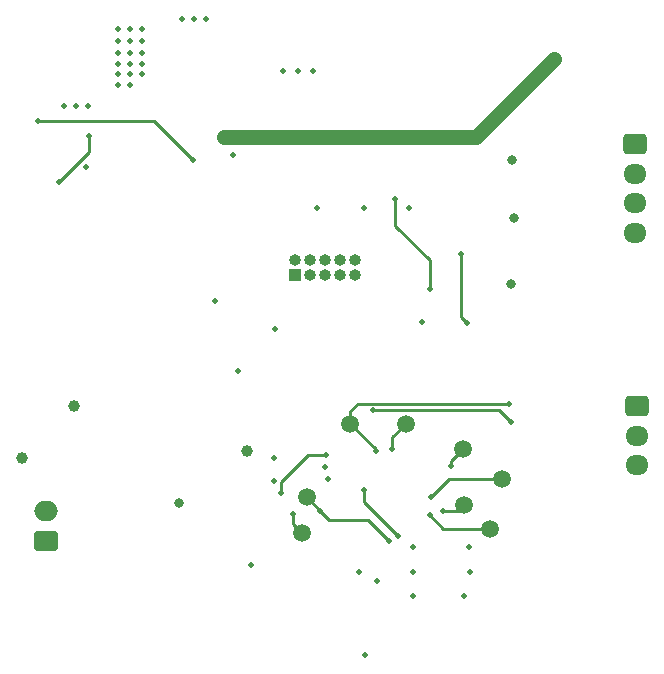
<source format=gbl>
%TF.GenerationSoftware,KiCad,Pcbnew,(6.0.1-0)*%
%TF.CreationDate,2022-04-18T21:10:33-05:00*%
%TF.ProjectId,tackle_sensor_hardware,7461636b-6c65-45f7-9365-6e736f725f68,rev?*%
%TF.SameCoordinates,Original*%
%TF.FileFunction,Copper,L4,Bot*%
%TF.FilePolarity,Positive*%
%FSLAX46Y46*%
G04 Gerber Fmt 4.6, Leading zero omitted, Abs format (unit mm)*
G04 Created by KiCad (PCBNEW (6.0.1-0)) date 2022-04-18 21:10:33*
%MOMM*%
%LPD*%
G01*
G04 APERTURE LIST*
G04 Aperture macros list*
%AMRoundRect*
0 Rectangle with rounded corners*
0 $1 Rounding radius*
0 $2 $3 $4 $5 $6 $7 $8 $9 X,Y pos of 4 corners*
0 Add a 4 corners polygon primitive as box body*
4,1,4,$2,$3,$4,$5,$6,$7,$8,$9,$2,$3,0*
0 Add four circle primitives for the rounded corners*
1,1,$1+$1,$2,$3*
1,1,$1+$1,$4,$5*
1,1,$1+$1,$6,$7*
1,1,$1+$1,$8,$9*
0 Add four rect primitives between the rounded corners*
20,1,$1+$1,$2,$3,$4,$5,0*
20,1,$1+$1,$4,$5,$6,$7,0*
20,1,$1+$1,$6,$7,$8,$9,0*
20,1,$1+$1,$8,$9,$2,$3,0*%
G04 Aperture macros list end*
%TA.AperFunction,ComponentPad*%
%ADD10RoundRect,0.250000X-0.725000X0.600000X-0.725000X-0.600000X0.725000X-0.600000X0.725000X0.600000X0*%
%TD*%
%TA.AperFunction,ComponentPad*%
%ADD11O,1.950000X1.700000*%
%TD*%
%TA.AperFunction,ComponentPad*%
%ADD12RoundRect,0.250000X0.750000X-0.600000X0.750000X0.600000X-0.750000X0.600000X-0.750000X-0.600000X0*%
%TD*%
%TA.AperFunction,ComponentPad*%
%ADD13O,2.000000X1.700000*%
%TD*%
%TA.AperFunction,ComponentPad*%
%ADD14R,1.000000X1.000000*%
%TD*%
%TA.AperFunction,ComponentPad*%
%ADD15O,1.000000X1.000000*%
%TD*%
%TA.AperFunction,SMDPad,CuDef*%
%ADD16C,1.500000*%
%TD*%
%TA.AperFunction,ViaPad*%
%ADD17C,0.500000*%
%TD*%
%TA.AperFunction,ViaPad*%
%ADD18C,0.800000*%
%TD*%
%TA.AperFunction,ViaPad*%
%ADD19C,1.000000*%
%TD*%
%TA.AperFunction,Conductor*%
%ADD20C,1.524000*%
%TD*%
%TA.AperFunction,Conductor*%
%ADD21C,0.254000*%
%TD*%
%TA.AperFunction,Conductor*%
%ADD22C,1.270000*%
%TD*%
G04 APERTURE END LIST*
D10*
%TO.P,J3,1,Pin_1*%
%TO.N,Net-(J3-Pad1)*%
X173990000Y-103505000D03*
D11*
%TO.P,J3,2,Pin_2*%
%TO.N,Net-(J3-Pad2)*%
X173990000Y-106005000D03*
%TO.P,J3,3,Pin_3*%
%TO.N,GND*%
X173990000Y-108505000D03*
%TD*%
D12*
%TO.P,J1,1,Pin_1*%
%TO.N,Net-(J1-Pad1)*%
X123935000Y-114935000D03*
D13*
%TO.P,J1,2,Pin_2*%
%TO.N,GND*%
X123935000Y-112435000D03*
%TD*%
D10*
%TO.P,J2,1,Pin_1*%
%TO.N,Net-(F1-Pad2)*%
X173880000Y-81340000D03*
D11*
%TO.P,J2,2,Pin_2*%
%TO.N,Net-(J2-Pad2)*%
X173880000Y-83840000D03*
%TO.P,J2,3,Pin_3*%
%TO.N,Net-(J2-Pad3)*%
X173880000Y-86340000D03*
%TO.P,J2,4,Pin_4*%
%TO.N,Net-(J2-Pad4)*%
X173880000Y-88840000D03*
%TD*%
D14*
%TO.P,J4,1,VTref*%
%TO.N,+3V3*%
X145034000Y-92456000D03*
D15*
%TO.P,J4,2,SWDIO/TMS*%
%TO.N,/SWDIO*%
X145034000Y-91186000D03*
%TO.P,J4,3,GND*%
%TO.N,GND*%
X146304000Y-92456000D03*
%TO.P,J4,4,SWDCLK/TCK*%
%TO.N,/SWCLK*%
X146304000Y-91186000D03*
%TO.P,J4,5,GND*%
%TO.N,GND*%
X147574000Y-92456000D03*
%TO.P,J4,6,SWO/TDO*%
%TO.N,unconnected-(J4-Pad6)*%
X147574000Y-91186000D03*
%TO.P,J4,7,KEY*%
%TO.N,unconnected-(J4-Pad7)*%
X148844000Y-92456000D03*
%TO.P,J4,8,NC/TDI*%
%TO.N,unconnected-(J4-Pad8)*%
X148844000Y-91186000D03*
%TO.P,J4,9,GNDDetect*%
%TO.N,GND*%
X150114000Y-92456000D03*
%TO.P,J4,10,~{RESET}*%
%TO.N,/RST*%
X150114000Y-91186000D03*
%TD*%
D16*
%TO.P,TP7,1,1*%
%TO.N,/SPI1_SCK*%
X146050000Y-111252000D03*
%TD*%
%TO.P,TP5,1,1*%
%TO.N,/SPI1_MOSI*%
X159258000Y-107188000D03*
%TD*%
%TO.P,TP13,1,1*%
%TO.N,UART_TX*%
X149733000Y-105029000D03*
%TD*%
%TO.P,TP8,1,1*%
%TO.N,/ACC_INT1*%
X145669000Y-114300000D03*
%TD*%
%TO.P,TP6,1,1*%
%TO.N,/SPI1_MISO*%
X162560000Y-109728000D03*
%TD*%
%TO.P,TP14,1,1*%
%TO.N,UART_RX*%
X154432000Y-105029000D03*
%TD*%
%TO.P,TP4,1,1*%
%TO.N,/SPI1_NSS*%
X161544000Y-113919000D03*
%TD*%
%TO.P,TP9,1,1*%
%TO.N,/ACC_INT2*%
X159385000Y-111887000D03*
%TD*%
D17*
%TO.N,GND*%
X126492000Y-78105000D03*
X127508000Y-78105000D03*
X125476000Y-78105000D03*
X130048000Y-76327000D03*
X131064000Y-76327000D03*
X131064000Y-75438000D03*
X132080000Y-75438000D03*
X130048000Y-75438000D03*
X131064000Y-74549000D03*
X130048000Y-74549000D03*
X132080000Y-74549000D03*
X136525000Y-70739000D03*
X137541000Y-70739000D03*
X135509000Y-70739000D03*
D18*
X135255000Y-111760000D03*
X163322000Y-93218000D03*
D17*
X143383000Y-97028000D03*
X131064000Y-73660000D03*
X132080000Y-73660000D03*
X151003000Y-124587000D03*
X159893000Y-117602000D03*
X150495000Y-117602000D03*
X152019000Y-118364000D03*
X155829000Y-96393000D03*
X139827000Y-82296000D03*
D18*
X163576000Y-87630000D03*
D17*
X159766000Y-115443000D03*
D19*
X140970000Y-107315000D03*
D17*
X130048000Y-71628000D03*
X131064000Y-71628000D03*
X150876000Y-86741000D03*
X154686000Y-86741000D03*
X147828000Y-109728000D03*
X132080000Y-72644000D03*
X159385000Y-119634000D03*
X143256000Y-109855000D03*
X132080000Y-71628000D03*
X130048000Y-72644000D03*
X143256000Y-107950000D03*
X138303000Y-94615000D03*
D18*
X163425892Y-82700108D03*
D17*
X131064000Y-72644000D03*
X146939000Y-86741000D03*
X127381000Y-83312000D03*
D19*
X126365000Y-103505000D03*
X121920000Y-107950000D03*
D17*
X130048000Y-73660000D03*
%TO.N,+3V3*%
X147637500Y-108648500D03*
X146558000Y-75184000D03*
X145288000Y-75184000D03*
X144018000Y-75184000D03*
X141351000Y-116967000D03*
X155067000Y-119634000D03*
X140208000Y-100584000D03*
X155067000Y-117602000D03*
X155067000Y-115443000D03*
%TO.N,Net-(R7-Pad2)*%
X123317000Y-79375000D03*
X136398000Y-82677000D03*
%TO.N,Net-(R4-Pad1)*%
X125095000Y-84582000D03*
X127635000Y-80645000D03*
D19*
%TO.N,+12V*%
X139065000Y-80772000D03*
X167005000Y-74168000D03*
D17*
%TO.N,R_PWM*%
X153543000Y-85979000D03*
X156464000Y-93599000D03*
%TO.N,G_PWM*%
X159131000Y-90678000D03*
X159639000Y-96520000D03*
%TO.N,TACKLE_STATUS*%
X163322000Y-104902000D03*
X151638000Y-103886000D03*
%TO.N,UART_TX*%
X151892000Y-107315000D03*
X163195000Y-103378000D03*
%TO.N,/SPI1_SCK*%
X153035000Y-114935000D03*
X147193000Y-112395000D03*
%TO.N,/SPI1_NSS*%
X156464000Y-112776000D03*
%TO.N,/SPI1_MISO*%
X156591000Y-111252000D03*
%TO.N,/SPI1_MOSI*%
X158242000Y-108585000D03*
%TO.N,/ACC_INT2*%
X157607000Y-112395000D03*
%TO.N,/ACC_INT1*%
X150876000Y-110617000D03*
X153797000Y-114554000D03*
X144907000Y-112649000D03*
%TO.N,UART_RX*%
X153289000Y-107188000D03*
%TO.N,Net-(R9-Pad2)*%
X147701000Y-107696000D03*
X143891000Y-110871000D03*
%TD*%
D20*
%TO.N,Net-(F1-Pad2)*%
X173880000Y-81340000D02*
X173878597Y-81338597D01*
D21*
%TO.N,Net-(R7-Pad2)*%
X133096000Y-79375000D02*
X136398000Y-82677000D01*
X123317000Y-79375000D02*
X133096000Y-79375000D01*
%TO.N,Net-(R4-Pad1)*%
X125095000Y-84582000D02*
X127635000Y-82042000D01*
X127635000Y-82042000D02*
X127635000Y-80645000D01*
D22*
%TO.N,+12V*%
X160401000Y-80772000D02*
X139065000Y-80772000D01*
X167005000Y-74168000D02*
X160401000Y-80772000D01*
D21*
%TO.N,R_PWM*%
X156464000Y-93599000D02*
X156464000Y-91186000D01*
X153543000Y-88265000D02*
X153543000Y-85979000D01*
X156464000Y-91186000D02*
X153543000Y-88265000D01*
%TO.N,G_PWM*%
X159131000Y-96012000D02*
X159639000Y-96520000D01*
X159131000Y-90678000D02*
X159131000Y-96012000D01*
%TO.N,TACKLE_STATUS*%
X162306000Y-103886000D02*
X163322000Y-104902000D01*
X151638000Y-103886000D02*
X162306000Y-103886000D01*
%TO.N,UART_TX*%
X149733000Y-103968340D02*
X150371841Y-103329499D01*
X151892000Y-107188000D02*
X149733000Y-105029000D01*
X149733000Y-105029000D02*
X149733000Y-103968340D01*
X151892000Y-107315000D02*
X151892000Y-107188000D01*
X163146499Y-103329499D02*
X163195000Y-103378000D01*
X150371841Y-103329499D02*
X163146499Y-103329499D01*
%TO.N,/SPI1_SCK*%
X151269489Y-113169489D02*
X147967489Y-113169489D01*
X147193000Y-112395000D02*
X146050000Y-111252000D01*
X153035000Y-114935000D02*
X151269489Y-113169489D01*
X147967489Y-113169489D02*
X147193000Y-112395000D01*
%TO.N,/SPI1_NSS*%
X157607000Y-113919000D02*
X161544000Y-113919000D01*
X156464000Y-112776000D02*
X157607000Y-113919000D01*
%TO.N,/SPI1_MISO*%
X158115000Y-109728000D02*
X162560000Y-109728000D01*
X156591000Y-111252000D02*
X158115000Y-109728000D01*
%TO.N,/SPI1_MOSI*%
X158242000Y-108585000D02*
X158242000Y-108204000D01*
X158242000Y-108204000D02*
X159258000Y-107188000D01*
%TO.N,/ACC_INT2*%
X157607000Y-112395000D02*
X158877000Y-112395000D01*
X158877000Y-112395000D02*
X159385000Y-111887000D01*
%TO.N,/ACC_INT1*%
X153797000Y-114554000D02*
X150876000Y-111633000D01*
X144907000Y-112649000D02*
X144907000Y-113538000D01*
X150876000Y-111633000D02*
X150876000Y-110617000D01*
X144907000Y-113538000D02*
X145669000Y-114300000D01*
%TO.N,UART_RX*%
X153289000Y-107188000D02*
X153289000Y-106172000D01*
X153289000Y-106172000D02*
X154432000Y-105029000D01*
%TO.N,Net-(R9-Pad2)*%
X143891000Y-109982000D02*
X143891000Y-110871000D01*
X146177000Y-107696000D02*
X143891000Y-109982000D01*
X147701000Y-107696000D02*
X146177000Y-107696000D01*
%TD*%
M02*

</source>
